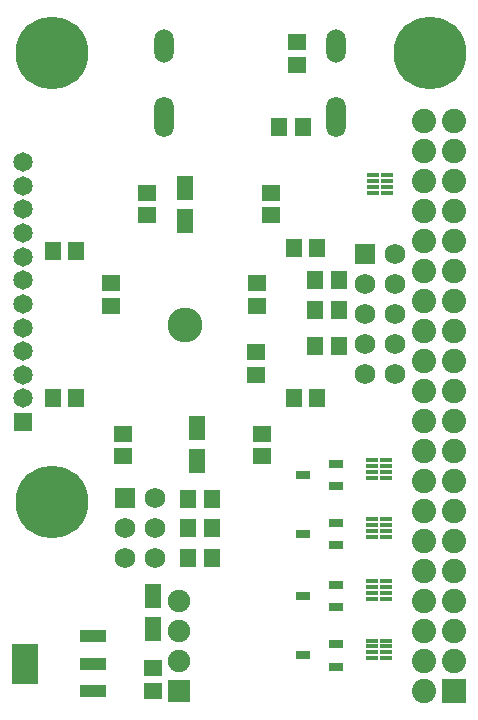
<source format=gbs>
G04*
G04 #@! TF.GenerationSoftware,Altium Limited,Altium Designer,19.1.9 (167)*
G04*
G04 Layer_Color=16711935*
%FSLAX44Y44*%
%MOMM*%
G71*
G01*
G75*
%ADD17R,1.1500X0.7500*%
%ADD19R,2.0500X2.0500*%
%ADD20C,2.0500*%
%ADD21O,1.6500X3.4500*%
%ADD22O,1.6500X2.8500*%
%ADD23C,1.7500*%
%ADD24R,1.7500X1.7500*%
%ADD25C,1.6500*%
%ADD26R,1.6500X1.6500*%
%ADD27C,1.9000*%
%ADD28R,1.9000X1.9000*%
%ADD30C,6.1500*%
%ADD63R,1.6500X1.4000*%
%ADD64R,1.4000X1.6500*%
%ADD65R,1.6500X1.4500*%
%ADD66R,1.3500X2.1500*%
%ADD67R,2.3000X1.1000*%
%ADD68R,2.3000X3.4000*%
G04:AMPARAMS|DCode=69|XSize=1.02mm|YSize=0.42mm|CornerRadius=0.1088mm|HoleSize=0mm|Usage=FLASHONLY|Rotation=180.000|XOffset=0mm|YOffset=0mm|HoleType=Round|Shape=RoundedRectangle|*
%AMROUNDEDRECTD69*
21,1,1.0200,0.2025,0,0,180.0*
21,1,0.8025,0.4200,0,0,180.0*
1,1,0.2175,-0.4013,0.1013*
1,1,0.2175,0.4013,0.1013*
1,1,0.2175,0.4013,-0.1013*
1,1,0.2175,-0.4013,-0.1013*
%
%ADD69ROUNDEDRECTD69*%
%ADD70R,1.4500X1.6500*%
%ADD71C,2.9500*%
D17*
X280500Y212000D02*
D03*
Y193000D02*
D03*
X252500Y202500D02*
D03*
Y100000D02*
D03*
X280500Y90500D02*
D03*
Y109500D02*
D03*
X252500Y50000D02*
D03*
X280500Y40500D02*
D03*
Y59500D02*
D03*
X252500Y152500D02*
D03*
X280500Y143000D02*
D03*
Y162000D02*
D03*
D19*
X380000Y20000D02*
D03*
D20*
Y96200D02*
D03*
Y172400D02*
D03*
Y248600D02*
D03*
Y324800D02*
D03*
Y401000D02*
D03*
Y477200D02*
D03*
X354600Y20000D02*
D03*
Y96200D02*
D03*
Y172400D02*
D03*
Y324800D02*
D03*
Y401000D02*
D03*
Y477200D02*
D03*
X380000Y70800D02*
D03*
Y45400D02*
D03*
Y147000D02*
D03*
Y121600D02*
D03*
Y223200D02*
D03*
Y197800D02*
D03*
Y299400D02*
D03*
Y274000D02*
D03*
Y375600D02*
D03*
Y350200D02*
D03*
Y451800D02*
D03*
Y426400D02*
D03*
Y502600D02*
D03*
X354600Y70800D02*
D03*
Y45400D02*
D03*
Y147000D02*
D03*
Y121600D02*
D03*
Y223200D02*
D03*
Y197800D02*
D03*
Y299400D02*
D03*
Y274000D02*
D03*
Y375600D02*
D03*
Y350200D02*
D03*
Y451800D02*
D03*
Y426400D02*
D03*
Y502600D02*
D03*
Y248600D02*
D03*
D21*
X280000Y505500D02*
D03*
X135000D02*
D03*
D22*
X280000Y565500D02*
D03*
X135000D02*
D03*
D23*
X127500Y157900D02*
D03*
X102100D02*
D03*
X127500Y132500D02*
D03*
X102100D02*
D03*
X127500Y183300D02*
D03*
X330250Y364400D02*
D03*
X304850D02*
D03*
X330250Y339000D02*
D03*
X304850D02*
D03*
X330250Y313600D02*
D03*
X304850D02*
D03*
Y288200D02*
D03*
X330250D02*
D03*
Y389800D02*
D03*
D24*
X102100Y183300D02*
D03*
X304850Y389800D02*
D03*
D25*
X15000Y467500D02*
D03*
Y447500D02*
D03*
Y427500D02*
D03*
Y407500D02*
D03*
Y387500D02*
D03*
Y367500D02*
D03*
Y347500D02*
D03*
Y327500D02*
D03*
Y307500D02*
D03*
Y287500D02*
D03*
Y267500D02*
D03*
D26*
Y247500D02*
D03*
D27*
X147500Y70800D02*
D03*
Y96200D02*
D03*
Y45400D02*
D03*
D28*
Y20000D02*
D03*
D30*
X360000Y560000D02*
D03*
X40000Y180000D02*
D03*
Y560000D02*
D03*
D63*
X212902Y307001D02*
D03*
Y287002D02*
D03*
D64*
X175000Y182500D02*
D03*
X155000D02*
D03*
X175000Y157500D02*
D03*
X155000D02*
D03*
X175000Y132500D02*
D03*
X155000D02*
D03*
X282500Y367500D02*
D03*
X262500D02*
D03*
X262750Y312000D02*
D03*
X282750D02*
D03*
X262498Y342152D02*
D03*
X282498D02*
D03*
X232502Y497598D02*
D03*
X252502D02*
D03*
D65*
X100000Y218500D02*
D03*
Y237500D02*
D03*
X217500Y218500D02*
D03*
Y237500D02*
D03*
X90000Y346000D02*
D03*
Y365000D02*
D03*
X213750Y346000D02*
D03*
Y365000D02*
D03*
X225000Y441500D02*
D03*
Y422500D02*
D03*
X120000Y441500D02*
D03*
Y422500D02*
D03*
X125000Y39000D02*
D03*
Y20000D02*
D03*
X247500Y550000D02*
D03*
Y569000D02*
D03*
D66*
X162500Y242500D02*
D03*
Y214500D02*
D03*
X152500Y417500D02*
D03*
Y445500D02*
D03*
X125000Y100000D02*
D03*
Y72000D02*
D03*
D67*
X75000Y66000D02*
D03*
Y43000D02*
D03*
Y20000D02*
D03*
D68*
X17000Y43000D02*
D03*
D69*
X323500Y441500D02*
D03*
Y446500D02*
D03*
Y451500D02*
D03*
Y456500D02*
D03*
X311900D02*
D03*
Y451500D02*
D03*
Y446500D02*
D03*
Y441500D02*
D03*
X322500Y47500D02*
D03*
Y52500D02*
D03*
Y57500D02*
D03*
Y62500D02*
D03*
X310900D02*
D03*
Y57500D02*
D03*
Y52500D02*
D03*
Y47500D02*
D03*
Y97500D02*
D03*
Y102500D02*
D03*
Y107500D02*
D03*
Y112500D02*
D03*
X322500D02*
D03*
Y107500D02*
D03*
Y102500D02*
D03*
Y97500D02*
D03*
X310900Y150000D02*
D03*
Y155000D02*
D03*
Y160000D02*
D03*
Y165000D02*
D03*
X322500D02*
D03*
Y160000D02*
D03*
Y155000D02*
D03*
Y150000D02*
D03*
X310900Y200000D02*
D03*
Y205000D02*
D03*
Y210000D02*
D03*
Y215000D02*
D03*
X322500D02*
D03*
Y210000D02*
D03*
Y205000D02*
D03*
Y200000D02*
D03*
D70*
X60000Y267500D02*
D03*
X41000D02*
D03*
X60000Y392500D02*
D03*
X41000D02*
D03*
X245000Y267500D02*
D03*
X264000D02*
D03*
X245000Y395000D02*
D03*
X264000D02*
D03*
D71*
X152500Y330000D02*
D03*
M02*

</source>
